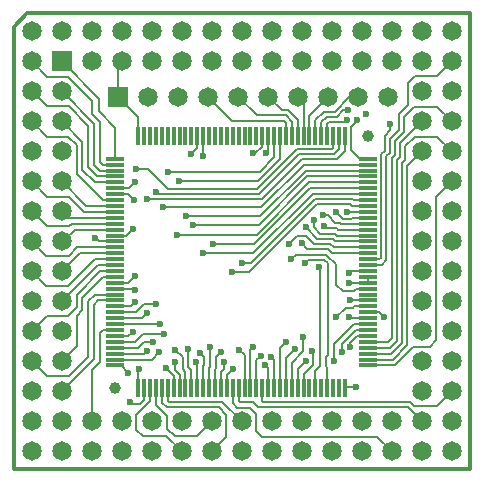
<source format=gtl>
G04 Layer_Physical_Order=1*
G04 Layer_Color=255*
%FSLAX44Y44*%
%MOMM*%
G71*
G01*
G75*
%ADD10C,1.0000*%
%ADD11R,0.3000X1.5000*%
%ADD12R,1.5000X0.3000*%
%ADD13C,0.2000*%
%ADD14C,0.3500*%
%ADD15C,1.6510*%
%ADD16R,1.6510X1.6510*%
%ADD17C,0.6000*%
D10*
X-107000Y-124500D02*
D03*
X107000Y89500D02*
D03*
D11*
X-87500D02*
D03*
X-82500D02*
D03*
X-77500Y89500D02*
D03*
X-72500D02*
D03*
X-67500Y89500D02*
D03*
X-62500D02*
D03*
X-57500D02*
D03*
X-52500D02*
D03*
X-47500D02*
D03*
X-42500D02*
D03*
X-37500D02*
D03*
X-32500D02*
D03*
X-27500D02*
D03*
X-22500D02*
D03*
X-17500D02*
D03*
X-12500Y89500D02*
D03*
X-7500D02*
D03*
X-2500Y89500D02*
D03*
X2500D02*
D03*
X7500D02*
D03*
X12500D02*
D03*
X17500D02*
D03*
X22500D02*
D03*
X27500Y89500D02*
D03*
X32500D02*
D03*
X37500Y89500D02*
D03*
X42500D02*
D03*
X47500D02*
D03*
X52500D02*
D03*
X57500D02*
D03*
X62500D02*
D03*
X67500D02*
D03*
X72500D02*
D03*
X77500D02*
D03*
X82500D02*
D03*
X87500D02*
D03*
Y-124500D02*
D03*
X82500D02*
D03*
X77500D02*
D03*
X72500D02*
D03*
X67500D02*
D03*
X62500D02*
D03*
X57500D02*
D03*
X52500D02*
D03*
X47500D02*
D03*
X42500D02*
D03*
X37500D02*
D03*
X32500D02*
D03*
X27500D02*
D03*
X22500D02*
D03*
X17500D02*
D03*
X12500D02*
D03*
X7500D02*
D03*
X2500D02*
D03*
X-2500D02*
D03*
X-7500D02*
D03*
X-12500D02*
D03*
X-17500D02*
D03*
X-22500D02*
D03*
X-27500D02*
D03*
X-32500D02*
D03*
X-37500D02*
D03*
X-42500D02*
D03*
X-47500D02*
D03*
X-52500D02*
D03*
X-57500D02*
D03*
X-62500D02*
D03*
X-67500D02*
D03*
X-72500D02*
D03*
X-77500D02*
D03*
X-82500D02*
D03*
X-87500D02*
D03*
D12*
X107000Y70000D02*
D03*
Y65000D02*
D03*
Y60000D02*
D03*
Y55000D02*
D03*
Y50000D02*
D03*
Y45000D02*
D03*
Y40000D02*
D03*
Y35000D02*
D03*
Y30000D02*
D03*
Y25000D02*
D03*
Y20000D02*
D03*
Y15000D02*
D03*
Y10000D02*
D03*
Y5000D02*
D03*
Y-0D02*
D03*
Y-5000D02*
D03*
Y-10000D02*
D03*
Y-15000D02*
D03*
Y-20000D02*
D03*
Y-25000D02*
D03*
Y-30000D02*
D03*
Y-35000D02*
D03*
Y-40000D02*
D03*
Y-45000D02*
D03*
Y-50000D02*
D03*
Y-55000D02*
D03*
Y-60000D02*
D03*
Y-65000D02*
D03*
Y-70000D02*
D03*
Y-75000D02*
D03*
Y-80000D02*
D03*
Y-85000D02*
D03*
Y-90000D02*
D03*
Y-95000D02*
D03*
Y-100000D02*
D03*
Y-105000D02*
D03*
X-107000D02*
D03*
Y-100000D02*
D03*
Y-95000D02*
D03*
Y-90000D02*
D03*
Y-85000D02*
D03*
Y-80000D02*
D03*
Y-75000D02*
D03*
Y-70000D02*
D03*
Y-65000D02*
D03*
Y-60000D02*
D03*
Y-55000D02*
D03*
Y-50000D02*
D03*
Y-45000D02*
D03*
Y-40000D02*
D03*
Y-35000D02*
D03*
Y-30000D02*
D03*
Y-25000D02*
D03*
Y-20000D02*
D03*
Y-15000D02*
D03*
Y-10000D02*
D03*
Y-5000D02*
D03*
Y-0D02*
D03*
Y5000D02*
D03*
Y10000D02*
D03*
Y15000D02*
D03*
Y20000D02*
D03*
Y25000D02*
D03*
Y30000D02*
D03*
Y35000D02*
D03*
Y40000D02*
D03*
Y45000D02*
D03*
Y50000D02*
D03*
Y55000D02*
D03*
Y60000D02*
D03*
Y65000D02*
D03*
Y70000D02*
D03*
D13*
X-82500Y-134277D02*
Y-124500D01*
X-85723Y-137500D02*
X-82500Y-134277D01*
X-92750Y-137500D02*
X-85723D01*
X-94500Y-135750D02*
X-92750Y-137500D01*
X-77500Y-135500D02*
Y-124500D01*
X-89000Y-147000D02*
X-77500Y-135500D01*
X-89000Y-159500D02*
Y-147000D01*
X126000Y94250D02*
Y99500D01*
X133000Y94645D02*
Y108000D01*
X125450Y87095D02*
X133000Y94645D01*
X-8500Y-25750D02*
X6445D01*
X63846Y31651D01*
X2500Y-124500D02*
Y-96500D01*
X7500Y-124500D02*
Y-91500D01*
X-12500Y-113500D02*
X-7000Y-108000D01*
X-26500Y-106250D02*
Y-89250D01*
X0Y-18250D02*
X7722D01*
X62024Y36051D01*
X-32750Y-10000D02*
X9750D01*
X60201Y40451D01*
X-24000Y-2500D02*
X10750D01*
X58250Y45000D01*
X-53250Y51500D02*
X13972D01*
X-62000Y44500D02*
X13250D01*
X-70500Y40000D02*
X14972D01*
X-80250Y35500D02*
X17000D01*
X13972Y51500D02*
X32500Y70028D01*
X-79000Y61500D02*
X-62000Y44500D01*
X13250D02*
X47000Y78250D01*
X-72750Y42250D02*
X-70500Y40000D01*
X14972D02*
X48822Y73850D01*
X17000Y35500D02*
X50950Y69450D01*
X-55000Y5750D02*
X12750D01*
X57000Y50000D01*
X14500Y13750D02*
X55750Y55000D01*
X-41000Y13750D02*
X14500D01*
X-47000Y21750D02*
X16000D01*
X54250Y60000D01*
X-66250Y28750D02*
X16473D01*
X52723Y65000D01*
X-89250Y61500D02*
X-79000D01*
X-87500Y-108250D02*
X-87000Y-107750D01*
X-87500Y-124500D02*
Y-108250D01*
X-102000Y-105000D02*
X-100500D01*
X-107000D02*
X-102000D01*
X-95750Y-111250D01*
X68750Y22250D02*
X73000D01*
X79500Y15750D01*
X63846Y31651D02*
X91905D01*
X62024Y36051D02*
X93728D01*
X60201Y40451D02*
X95550D01*
X58250Y45000D02*
X107000D01*
X57000Y50000D02*
X107000D01*
X55750Y55000D02*
X107000D01*
X54250Y60000D02*
X107000D01*
X52723Y65000D02*
X107000D01*
X80450Y69450D02*
X87500Y76500D01*
X50950Y69450D02*
X80450D01*
X78350Y73850D02*
X82500Y78000D01*
X48822Y73850D02*
X78350D01*
X77500Y79250D02*
Y89500D01*
X76500Y78250D02*
X77500Y79250D01*
X47000Y78250D02*
X76500D01*
X32500Y70028D02*
Y89500D01*
X21000Y74500D02*
X22500Y76000D01*
X17500Y80250D02*
Y89500D01*
X11750Y74500D02*
X17500Y80250D01*
X27500Y71250D02*
Y89500D01*
X15250Y59000D02*
X27500Y71250D01*
X-62000Y59000D02*
X15250D01*
X51000Y-1750D02*
X55750Y-6500D01*
X73445D01*
X39750Y-2000D02*
X46750Y5000D01*
X54500D01*
X61600Y-2100D01*
X46089Y-11161D02*
X71883D01*
X42250Y-15000D02*
X46089Y-11161D01*
X54250Y12000D02*
X63950Y2300D01*
X61600Y-2100D02*
X75268D01*
X79500Y15750D02*
X83000D01*
X79973Y25000D02*
X86222Y18750D01*
X98000Y101949D02*
Y103000D01*
X92980Y96929D02*
X98000Y101949D01*
X72100Y105600D02*
X80600D01*
X67500Y101000D02*
X72100Y105600D01*
X67500Y89500D02*
Y101000D01*
X62500Y102973D02*
X69528Y110000D01*
X62500Y89500D02*
Y102973D01*
X69528Y110000D02*
X78750D01*
X88200Y101200D02*
X89500Y102500D01*
X74200Y101200D02*
X88200D01*
X72500Y99500D02*
X74200Y101200D01*
X72500Y89500D02*
Y99500D01*
X86000Y111000D02*
X89750D01*
X80600Y105600D02*
X86000Y111000D01*
X91250Y122500D02*
X98900D01*
X78750Y110000D02*
X91250Y122500D01*
X57500Y106500D02*
X73500Y122500D01*
X57500Y89500D02*
Y106500D01*
X48100Y122500D02*
X52500Y118100D01*
Y89500D02*
Y118100D01*
X22700Y122500D02*
X34150Y111050D01*
X39200D01*
X47500Y102750D01*
Y89500D02*
Y102750D01*
X42500Y89500D02*
Y101527D01*
X37377Y106650D02*
X42500Y101527D01*
X-7850Y102250D02*
X35555D01*
X37500Y100305D01*
Y89500D02*
Y100305D01*
X-2700Y122500D02*
X13150Y106650D01*
X-28100Y122500D02*
X-7850Y102250D01*
X-87500Y89500D02*
Y105700D01*
X-104300Y122500D02*
X-87500Y105700D01*
X-104300Y122500D02*
Y149700D01*
X92980Y77020D02*
Y96929D01*
X122550Y-15950D02*
Y72245D01*
X118500Y-20000D02*
X122550Y-15950D01*
X107000Y-20000D02*
X118500D01*
X118100Y-13650D02*
Y74018D01*
X116750Y-15000D02*
X118100Y-13650D01*
X107000Y-15000D02*
X116750D01*
X146000Y114000D02*
X165399D01*
X137500Y105500D02*
X146000Y114000D01*
X137500Y92923D02*
Y105500D01*
X140500Y115500D02*
Y133750D01*
X133000Y108000D02*
X140500Y115500D01*
X129850Y85273D02*
X137500Y92923D01*
X134250Y83450D02*
X152400Y101600D01*
X134250Y71500D02*
Y83450D01*
X147000Y88750D02*
X165250D01*
X138750Y80500D02*
X147000Y88750D01*
X138750Y69250D02*
Y80500D01*
X121050Y89300D02*
X126000Y94250D01*
X121050Y76967D02*
Y89300D01*
X129850Y73323D02*
Y85273D01*
X126950Y70422D02*
X129850Y73323D01*
X126950Y-82050D02*
Y70422D01*
X131350Y68600D02*
X134250Y71500D01*
X131350Y-83927D02*
Y68600D01*
X135750Y66250D02*
X138750Y69250D01*
X135750Y-85750D02*
Y66250D01*
X140250Y64050D02*
X152400Y76200D01*
X140250Y-87750D02*
Y64050D01*
X125450Y75145D02*
Y87095D01*
X118100Y74018D02*
X121050Y76967D01*
X122550Y72245D02*
X125450Y75145D01*
X124000Y-85000D02*
X126950Y-82050D01*
X125278Y-90000D02*
X131350Y-83927D01*
X126500Y-95000D02*
X135750Y-85750D01*
X165150Y139750D02*
X177800Y152400D01*
X146500Y139750D02*
X165150D01*
X140500Y133750D02*
X146500Y139750D01*
X80250Y-36500D02*
X86000Y-42250D01*
X95000D01*
X97250Y-40000D01*
X107000D01*
X72500Y-124500D02*
Y-107000D01*
X71250Y-105750D02*
X72500Y-107000D01*
X60650Y-104350D02*
Y-93650D01*
X52500Y-112500D02*
X60650Y-104350D01*
X52250Y-93000D02*
Y-80500D01*
X42500Y-102750D02*
X52250Y-93000D01*
X71250Y-98000D02*
X72750Y-96500D01*
X71250Y-105750D02*
Y-98000D01*
X78250Y-101000D02*
Y-87250D01*
X95500Y-70000D01*
X84750Y-94000D02*
Y-86972D01*
X92000Y-89000D02*
Y-85945D01*
X84750Y-86972D02*
X96723Y-75000D01*
X92000Y-85945D02*
X97945Y-80000D01*
X107000D01*
X96723Y-75000D02*
X107000D01*
X95500Y-70000D02*
X107000D01*
X165399Y114000D02*
X177800Y101600D01*
X128000Y-100000D02*
X140250Y-87750D01*
X145500Y-89000D02*
X159750D01*
X129500Y-105000D02*
X145500Y-89000D01*
X107000Y-85000D02*
X124000D01*
X107000Y-90000D02*
X125278D01*
X165250Y88750D02*
X177800Y76200D01*
X107000Y-95000D02*
X126500D01*
X107000Y-100000D02*
X128000D01*
X165000Y38000D02*
X177800Y50800D01*
X165000Y-83750D02*
Y38000D01*
X159750Y-89000D02*
X165000Y-83750D01*
X107000Y-105000D02*
X129500D01*
X116500Y-60000D02*
X120500Y-64000D01*
X107000Y-60000D02*
X116500D01*
X91250Y-26500D02*
X92751Y-25000D01*
X107000D01*
Y-35000D02*
Y-30000D01*
X91000Y-35250D02*
X91250Y-35000D01*
X107000D01*
X-130000Y-98250D02*
Y-50750D01*
X-146000Y-114250D02*
X-130000Y-98250D01*
X-125250Y-99850D02*
Y-53750D01*
X-152400Y-127000D02*
X-125250Y-99850D01*
X-134750Y-47750D02*
X-117000Y-30000D01*
X-134750Y-58250D02*
Y-47750D01*
X-139500Y-63000D02*
X-134750Y-58250D01*
X-130000Y-50750D02*
X-124250Y-45000D01*
X-125250Y-53750D02*
X-121500Y-50000D01*
X-107000D01*
X-124250Y-45000D02*
X-107000D01*
X-117000Y-30000D02*
X-107000D01*
X-139500Y-88700D02*
Y-63000D01*
X-152400Y-101600D02*
X-139500Y-88700D01*
Y-55750D02*
Y-45000D01*
X-147250Y-63500D02*
X-139500Y-55750D01*
X-165100Y-63500D02*
X-147250D01*
X-177800Y-101600D02*
X-165150Y-114250D01*
X-146000D01*
X-139500Y-45000D02*
X-119500Y-25000D01*
X-177800Y-76200D02*
X-165100Y-63500D01*
X-119500Y-25000D02*
X-107000D01*
X-124000Y-15000D02*
X-107000D01*
X-146750Y-37750D02*
X-124000Y-15000D01*
X-165450Y-37750D02*
X-146750D01*
X-152400Y-50800D02*
X-121600Y-20000D01*
X-107000D01*
X-177800Y-25400D02*
X-165450Y-37750D01*
X-139000Y-5000D02*
X-107000D01*
X-146500Y-12500D02*
X-139000Y-5000D01*
X-165300Y-12500D02*
X-146500D01*
X-152400Y-25400D02*
X-137000Y-10000D01*
X-107000D01*
X-177800Y-0D02*
X-165300Y-12500D01*
X-143500Y15000D02*
X-107000D01*
X-145750Y12750D02*
X-143500Y15000D01*
X-165150Y12750D02*
X-145750D01*
X-152400Y-0D02*
X-151278D01*
X-141278Y10000D01*
X-107000D01*
X-177800Y25400D02*
X-165150Y12750D01*
X-152400Y25400D02*
X-147000Y20000D01*
X-107000D01*
X-177800Y50800D02*
X-165000Y38000D01*
X-146500D01*
X-133500Y25000D01*
X-107000D01*
X-152400Y50800D02*
X-131600Y30000D01*
X-107000D01*
X-177800Y101600D02*
X-164950Y88750D01*
X-146750D01*
X-139750Y81750D01*
Y57250D02*
Y81750D01*
Y57250D02*
X-117500Y35000D01*
X-107000D01*
X-152400Y101600D02*
X-134750Y83950D01*
Y60750D02*
Y83950D01*
Y60750D02*
X-124000Y50000D01*
X-107000D01*
X-177800Y127000D02*
X-165050Y114250D01*
X-146500D01*
X-129750Y97500D01*
Y62750D02*
Y97500D01*
X-107000Y70000D02*
Y96250D01*
X-121000Y110250D02*
X-107000Y96250D01*
X-121000Y110250D02*
Y121000D01*
X-119750Y67250D02*
Y101500D01*
X-126250Y108000D02*
X-119750Y101500D01*
X-126250Y108000D02*
Y119000D01*
X-124750Y65000D02*
Y99350D01*
X-152400Y127000D02*
X-124750Y99350D01*
X-129750Y62750D02*
X-122000Y55000D01*
X-107000D01*
X-124750Y65000D02*
X-119750Y60000D01*
X-107000D01*
X-177800Y152400D02*
X-164900Y139500D01*
X-146750D01*
X-126250Y119000D01*
X-119750Y67250D02*
X-117500Y65000D01*
X-107000D01*
X-152400Y152400D02*
X-121000Y121000D01*
X-104300Y149700D02*
X-101600Y152400D01*
X-107000Y-55000D02*
X-94000D01*
X-90000Y-51000D01*
X-107000Y-60000D02*
X-89250D01*
X-107000Y-65000D02*
X-84250D01*
X-80253Y-61003D01*
X-117500Y-75000D02*
X-107000D01*
X-120250Y-77750D02*
X-117500Y-75000D01*
X-120250Y-102000D02*
Y-77750D01*
X-127000Y-108750D02*
X-120250Y-102000D01*
X-127000Y-152400D02*
Y-108750D01*
X-89250Y-60000D02*
X-82250Y-53000D01*
X-72500D01*
X-107000Y-70000D02*
X-69250D01*
X-82750Y-85250D02*
X-75000D01*
X-87500Y-90000D02*
X-82750Y-85250D01*
X-107000Y-90000D02*
X-87500D01*
X-107000Y-95000D02*
X-82500D01*
X-80250Y-92750D01*
X-107000Y-100000D02*
X-76000D01*
X-69500Y-93500D01*
X-89000Y-159500D02*
X-83500Y-165000D01*
X-63600D01*
X-50800Y-177800D01*
X-63250Y-158500D02*
X-56750Y-165000D01*
X-38000D01*
X-25400Y-152400D01*
X-13000Y-165400D02*
Y-146750D01*
X-25400Y-177800D02*
X-13000Y-165400D01*
X-19250Y-140500D02*
X-13000Y-146750D01*
X-62500Y-135000D02*
Y-124500D01*
Y-135000D02*
X-61400Y-136100D01*
X-16300D01*
X-0Y-152400D01*
X-67500Y-136500D02*
Y-124500D01*
Y-136500D02*
X-63500Y-140500D01*
X-19250D01*
X-72500Y-138250D02*
Y-124500D01*
Y-138250D02*
X-63250Y-147500D01*
Y-158500D02*
Y-147500D01*
X-57500Y-124500D02*
Y-114250D01*
X-64250Y-107500D02*
X-57500Y-114250D01*
X-56250Y-109000D02*
Y-102000D01*
Y-109000D02*
X-52500Y-112750D01*
Y-124500D02*
Y-112750D01*
X-47500Y-124500D02*
Y-110500D01*
X-49850Y-108150D02*
X-47500Y-110500D01*
X-49850Y-108150D02*
Y-97900D01*
X-56000Y-91750D02*
X-49850Y-97900D01*
X-45250Y-106250D02*
Y-91500D01*
Y-106250D02*
X-42500Y-109000D01*
Y-124500D02*
Y-109000D01*
X-37500Y-124500D02*
Y-103750D01*
X-32500Y-105500D02*
X-31750Y-104750D01*
X-107000Y-80000D02*
X-95750D01*
X-92250Y-76500D01*
X-107000Y-85000D02*
X-90500D01*
X-83500Y-78000D01*
X-65500D01*
X-107000Y-35000D02*
X-96000D01*
X-90500Y-29500D01*
X-107000Y-40000D02*
X-92000D01*
X-90500Y-41500D01*
X-107000Y5000D02*
X-97500D01*
X-92000Y10500D01*
X-121000Y-0D02*
X-107000D01*
X-123750Y2750D02*
X-121000Y-0D01*
X-95500Y45000D02*
X-90250Y50250D01*
X-107000Y40000D02*
X-96000D01*
X-91250Y35250D01*
X-37500Y79001D02*
Y89500D01*
X-42500Y74000D02*
X-37500Y79001D01*
X-32500Y73000D02*
Y89500D01*
X-33000Y72500D02*
X-32500Y73000D01*
X12500Y-160250D02*
X17500Y-165250D01*
X114450D02*
X127000Y-177800D01*
X-2500Y-135500D02*
Y-124500D01*
Y-135500D02*
X-1750Y-136250D01*
X-7500Y-137000D02*
Y-124500D01*
Y-137000D02*
X-3755Y-140745D01*
X140500Y-140500D02*
X152400Y-152400D01*
X17500Y-135250D02*
Y-124500D01*
Y-135250D02*
X18350Y-136100D01*
X-1750Y-136250D02*
X9250D01*
X13500Y-140500D01*
X-3755Y-140745D02*
X6995D01*
X12500Y-146250D01*
Y-160250D02*
Y-146250D01*
X142600Y-136100D02*
X146250Y-139750D01*
X165050D01*
X177800Y-127000D01*
X-27500Y-124500D02*
Y-107250D01*
X-26500Y-106250D01*
X-22500Y-124500D02*
Y-108500D01*
X-21500Y-107500D01*
Y-97500D01*
X-17250Y-93250D01*
X-17500Y-124500D02*
Y-110500D01*
X-14750Y-107750D01*
Y-102250D01*
X-12500Y-124500D02*
Y-113500D01*
X-2250Y-91750D02*
X2500Y-96500D01*
X7500Y-91500D02*
X9500Y-89500D01*
X22500Y-124500D02*
Y-107250D01*
X12500Y-124500D02*
Y-100750D01*
X27500Y-124500D02*
Y-100500D01*
X12500Y-100750D02*
X16250Y-97000D01*
X20250Y-105000D02*
X22500Y-107250D01*
X25250Y-98250D02*
X27500Y-100500D01*
X17500Y-165250D02*
X114450D01*
X13500Y-140500D02*
X140500D01*
X18350Y-136100D02*
X142600D01*
X32500Y-124500D02*
Y-90250D01*
X38000Y-84750D01*
X37500Y-124500D02*
Y-98500D01*
X45250Y-90750D01*
X42500Y-124500D02*
Y-102750D01*
X47500Y-124500D02*
Y-107750D01*
X54250Y-101000D01*
X52500Y-124500D02*
Y-112500D01*
X89000Y-123000D02*
X97000D01*
X87500Y-124500D02*
X89000Y-123000D01*
X92250Y-65000D02*
X107000D01*
X91000Y-63750D02*
X92250Y-65000D01*
X95500Y-55000D02*
X107000D01*
X94250Y-56250D02*
X95500Y-55000D01*
X88250Y-56250D02*
X94250D01*
X80250Y-64250D02*
X88250Y-56250D01*
X92250Y-50000D02*
X107000D01*
X91500Y-49250D02*
X92250Y-50000D01*
X13150Y106650D02*
X37377D01*
X22500Y76000D02*
Y89500D01*
X9500Y74500D02*
X11750D01*
X-38750Y-102500D02*
X-37500Y-103750D01*
X-107000Y45000D02*
X-95500D01*
X-32500Y-124500D02*
Y-105500D01*
X-35000Y-94250D02*
X-31750Y-97500D01*
Y-104750D02*
Y-97500D01*
X80250Y-36500D02*
Y-19528D01*
X92980Y77020D02*
X100000Y70000D01*
X107000D01*
X82500Y78000D02*
Y89500D01*
X87500Y76500D02*
Y89500D01*
X61000Y12250D02*
Y18500D01*
X65750Y-22000D02*
X66500Y-22750D01*
X62500Y-124500D02*
Y-109750D01*
X66500Y-105750D01*
X59750Y-92750D02*
X60650Y-93650D01*
X66500Y-105750D02*
Y-22750D01*
X72750Y-96500D02*
Y-18250D01*
X70061Y-15561D02*
X72750Y-18250D01*
X56189Y-15561D02*
X70061D01*
X53500Y-18250D02*
X56189Y-15561D01*
X71883Y-11161D02*
X80250Y-19528D01*
X73445Y-6500D02*
X76945Y-10000D01*
X75268Y-2100D02*
X78167Y-5000D01*
X63950Y2300D02*
X77090D01*
X79390Y-0D01*
X61000Y12250D02*
X66550Y6700D01*
X78913D01*
X80612Y5000D01*
X71750Y11250D02*
X80750D01*
X69750Y13250D02*
X71750Y11250D01*
X91905Y31651D02*
X93557Y30000D01*
X107000D01*
X93728Y36051D02*
X94779Y35000D01*
X107000D01*
X95550Y40451D02*
X96001Y40000D01*
X107000D01*
X86222Y18750D02*
X92250D01*
X89506Y25000D02*
X107000D01*
X89254Y25251D02*
X89506Y25000D01*
X92250Y18750D02*
X93500Y20000D01*
X107000D01*
X83000Y15750D02*
X84400Y14350D01*
X94073D01*
X94723Y15000D01*
X107000D01*
X80750Y11250D02*
X82050Y9950D01*
X106950D01*
X107000Y10000D01*
X80612Y5000D02*
X107000D01*
X79390Y-0D02*
X107000D01*
X78167Y-5000D02*
X107000D01*
X76945Y-10000D02*
X107000D01*
D14*
X-193040Y181610D02*
X-181610Y193040D01*
X193040D01*
Y-193040D02*
Y193040D01*
X-193040Y-193040D02*
X193040D01*
X-193040D02*
Y181610D01*
D15*
X177800Y-177800D02*
D03*
Y-152400D02*
D03*
Y-127000D02*
D03*
Y-101600D02*
D03*
Y-76200D02*
D03*
Y-50800D02*
D03*
Y-25400D02*
D03*
Y-0D02*
D03*
Y25400D02*
D03*
Y50800D02*
D03*
Y76200D02*
D03*
Y101600D02*
D03*
Y127000D02*
D03*
Y152400D02*
D03*
Y177800D02*
D03*
X152400Y-177800D02*
D03*
Y-127000D02*
D03*
Y-101600D02*
D03*
Y-76200D02*
D03*
Y-50800D02*
D03*
Y-25400D02*
D03*
Y-0D02*
D03*
Y25400D02*
D03*
Y50800D02*
D03*
Y76200D02*
D03*
Y101600D02*
D03*
Y127000D02*
D03*
Y177800D02*
D03*
X127000Y-177800D02*
D03*
Y-152400D02*
D03*
Y152400D02*
D03*
Y177800D02*
D03*
X101600Y-177800D02*
D03*
Y-152400D02*
D03*
Y152400D02*
D03*
Y177800D02*
D03*
X76200Y-177800D02*
D03*
Y-152400D02*
D03*
Y152400D02*
D03*
Y177800D02*
D03*
X50800Y-177800D02*
D03*
Y-152400D02*
D03*
Y152400D02*
D03*
Y177800D02*
D03*
X25400Y-177800D02*
D03*
Y-152400D02*
D03*
Y152400D02*
D03*
Y177800D02*
D03*
X-0Y-177800D02*
D03*
Y-152400D02*
D03*
Y152400D02*
D03*
Y177800D02*
D03*
X-25400Y-177800D02*
D03*
Y-152400D02*
D03*
Y152400D02*
D03*
Y177800D02*
D03*
X-50800Y-177800D02*
D03*
Y-152400D02*
D03*
Y152400D02*
D03*
Y177800D02*
D03*
X-76200Y-177800D02*
D03*
Y-152400D02*
D03*
Y152400D02*
D03*
Y177800D02*
D03*
X-101600Y-177800D02*
D03*
Y-152400D02*
D03*
Y152400D02*
D03*
Y177800D02*
D03*
X-127000Y-177800D02*
D03*
Y-152400D02*
D03*
Y152400D02*
D03*
Y177800D02*
D03*
X-152400Y-177800D02*
D03*
Y-127000D02*
D03*
Y-101600D02*
D03*
Y-76200D02*
D03*
Y-50800D02*
D03*
Y-25400D02*
D03*
Y-0D02*
D03*
Y25400D02*
D03*
Y50800D02*
D03*
Y76200D02*
D03*
Y101600D02*
D03*
Y127000D02*
D03*
Y177800D02*
D03*
X-177800Y-177800D02*
D03*
Y-152400D02*
D03*
Y-127000D02*
D03*
Y-101600D02*
D03*
Y-76200D02*
D03*
Y-50800D02*
D03*
Y-25400D02*
D03*
Y-0D02*
D03*
Y25400D02*
D03*
Y50800D02*
D03*
Y76200D02*
D03*
Y101600D02*
D03*
Y127000D02*
D03*
Y152400D02*
D03*
Y177800D02*
D03*
X-152400Y-152400D02*
D03*
X152400D02*
D03*
Y152400D02*
D03*
X-53500Y122500D02*
D03*
X124300D02*
D03*
X98900D02*
D03*
X73500D02*
D03*
X48100D02*
D03*
X22700D02*
D03*
X-2700D02*
D03*
X-28100D02*
D03*
X-78900D02*
D03*
D16*
X-152400Y152400D02*
D03*
X-104300Y122500D02*
D03*
D17*
X-94500Y-135750D02*
D03*
X126000Y99500D02*
D03*
X-8500Y-25750D02*
D03*
X-7000Y-108000D02*
D03*
X0Y-18250D02*
D03*
X-32750Y-10000D02*
D03*
X-24000Y-2500D02*
D03*
X-53250Y51500D02*
D03*
X-55000Y5750D02*
D03*
X-41000Y13750D02*
D03*
X-47000Y21750D02*
D03*
X-66250Y28750D02*
D03*
X-80250Y35500D02*
D03*
X-72750Y42250D02*
D03*
X-89250Y61500D02*
D03*
X-87000Y-107750D02*
D03*
X105000Y108250D02*
D03*
X68750Y22250D02*
D03*
X21000Y74500D02*
D03*
X42250Y-15000D02*
D03*
X54250Y12000D02*
D03*
X79973Y25000D02*
D03*
X98000Y103000D02*
D03*
X89750Y111000D02*
D03*
X89500Y102500D02*
D03*
X52250Y-80500D02*
D03*
X78250Y-101000D02*
D03*
X84750Y-94000D02*
D03*
X92000Y-89000D02*
D03*
X120500Y-64000D02*
D03*
X91250Y-26500D02*
D03*
X91000Y-35250D02*
D03*
X-90000Y-51000D02*
D03*
X-80253Y-61003D02*
D03*
X-72500Y-53000D02*
D03*
X-69250Y-70000D02*
D03*
X-75000Y-85250D02*
D03*
X-80250Y-92750D02*
D03*
X-69500Y-93500D02*
D03*
X-95750Y-111250D02*
D03*
X-64250Y-107500D02*
D03*
X-56250Y-102000D02*
D03*
X-56000Y-91750D02*
D03*
X-45250Y-91500D02*
D03*
X-38750Y-102500D02*
D03*
X-35000Y-94250D02*
D03*
X-92250Y-76500D02*
D03*
X-65500Y-78000D02*
D03*
X-90500Y-29500D02*
D03*
Y-41500D02*
D03*
X-123750Y2750D02*
D03*
X-92000Y10500D02*
D03*
X-90250Y50250D02*
D03*
X-91250Y35250D02*
D03*
X-42500Y74000D02*
D03*
X-33000Y72500D02*
D03*
X-26500Y-89250D02*
D03*
X-17250Y-93250D02*
D03*
X-14750Y-102250D02*
D03*
X-2250Y-91750D02*
D03*
X16250Y-97000D02*
D03*
X9500Y-89500D02*
D03*
X20250Y-105000D02*
D03*
X25250Y-98250D02*
D03*
X45250Y-90750D02*
D03*
X38000Y-84750D02*
D03*
X54250Y-101000D02*
D03*
X97000Y-123000D02*
D03*
X91000Y-63750D02*
D03*
X91500Y-49250D02*
D03*
X80250Y-64250D02*
D03*
X9500Y74500D02*
D03*
X-62000Y59000D02*
D03*
X39750Y-2000D02*
D03*
X53500Y-18250D02*
D03*
X51000Y-1750D02*
D03*
X61000Y18500D02*
D03*
X69750Y13250D02*
D03*
X65750Y-22000D02*
D03*
X59750Y-92750D02*
D03*
X89254Y25251D02*
D03*
M02*

</source>
